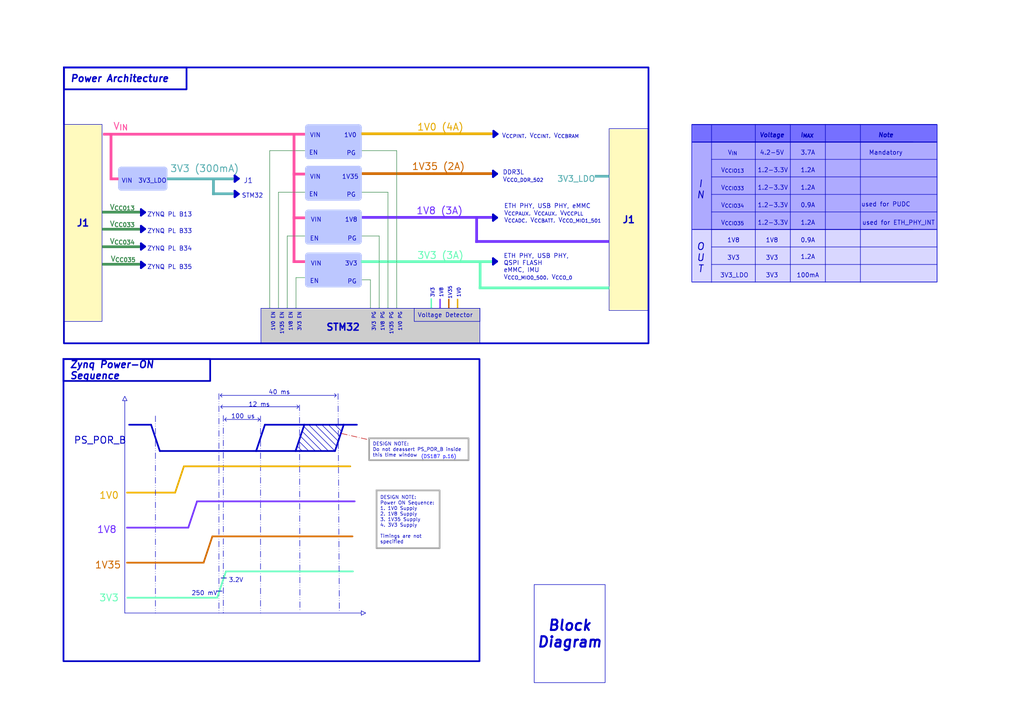
<source format=kicad_sch>
(kicad_sch
	(version 20250114)
	(generator "eeschema")
	(generator_version "9.0")
	(uuid "17410eba-b837-4f78-b432-849b7c2df088")
	(paper "A4")
	(title_block
		(title "Power Architecture")
		(date "2024-09-22")
		(rev "1.0")
	)
	(lib_symbols)
	(rectangle
		(start 88.773 48.387)
		(end 104.648 57.912)
		(stroke
			(width 0.05)
			(type default)
			(color 188 199 255 1)
		)
		(fill
			(type color)
			(color 188 199 255 1)
		)
		(uuid 063be9ba-e019-4373-8580-247d14946962)
	)
	(arc
		(start 88.773 49.027)
		(mid 88.9527 48.5708)
		(end 89.408 48.392)
		(stroke
			(width 0.6)
			(type default)
			(color 188 199 255 1)
		)
		(fill
			(type none)
		)
		(uuid 076e9cbf-86fe-4f59-ad1a-a2f49e8b0904)
	)
	(rectangle
		(start 29.718 61.214)
		(end 40.513 61.849)
		(stroke
			(width 0)
			(type default)
			(color 60 139 80 1)
		)
		(fill
			(type color)
			(color 60 139 80 1)
		)
		(uuid 07dded39-b9de-414a-8ab9-b44c2d9efc39)
	)
	(arc
		(start 104.648 45.207)
		(mid 104.4623 45.6548)
		(end 104.013 45.842)
		(stroke
			(width 0.6)
			(type default)
			(color 188 199 255 1)
		)
		(fill
			(type none)
		)
		(uuid 0c807f0a-6991-483d-becf-61145dc8029d)
	)
	(rectangle
		(start 130.048 86.741)
		(end 130.302 89.281)
		(stroke
			(width 0)
			(type default)
			(color 204 102 0 1)
		)
		(fill
			(type color)
			(color 204 102 0 1)
		)
		(uuid 10746ac6-717f-4242-991d-821d4e56b352)
	)
	(arc
		(start 104.008 36.322)
		(mid 104.462 36.5042)
		(end 104.643 36.957)
		(stroke
			(width 0.6)
			(type default)
			(color 188 199 255 1)
		)
		(fill
			(type none)
		)
		(uuid 166d6301-c592-4a20-af15-af0fb35393a6)
	)
	(rectangle
		(start 84.963 75.565)
		(end 88.392 76.2)
		(stroke
			(width 0)
			(type default)
			(color 255 75 158 1)
		)
		(fill
			(type color)
			(color 255 75 158 1)
		)
		(uuid 171d98aa-3f3e-44e9-8e86-af77cde5f70e)
	)
	(rectangle
		(start 84.963 62.865)
		(end 88.392 63.5)
		(stroke
			(width 0)
			(type default)
			(color 255 75 158 1)
		)
		(fill
			(type color)
			(color 255 75 158 1)
		)
		(uuid 18a4d617-2401-40f5-aac9-73beadd3a02a)
	)
	(rectangle
		(start 88.773 36.322)
		(end 104.648 45.847)
		(stroke
			(width 0.05)
			(type default)
			(color 188 199 255 1)
		)
		(fill
			(type color)
			(color 188 199 255 1)
		)
		(uuid 1d19af3b-5aac-4f13-9c1d-681f196cf0e3)
	)
	(rectangle
		(start 84.963 50.165)
		(end 88.392 50.8)
		(stroke
			(width 0)
			(type default)
			(color 255 75 158 1)
		)
		(fill
			(type color)
			(color 255 75 158 1)
		)
		(uuid 1eaab99d-96df-407e-aa58-97f00c25cb72)
	)
	(rectangle
		(start 124.968 86.614)
		(end 125.222 89.281)
		(stroke
			(width 0)
			(type default)
			(color 102 251 183 1)
		)
		(fill
			(type color)
			(color 102 251 183 1)
		)
		(uuid 23cc57d7-057f-48d1-92b6-32c33c5e6d49)
	)
	(arc
		(start 88.773 74.173)
		(mid 88.9559 73.7206)
		(end 89.408 73.538)
		(stroke
			(width 0.6)
			(type default)
			(color 188 199 255 1)
		)
		(fill
			(type none)
		)
		(uuid 274b76a2-0161-4b9b-8ce0-68b91b3a8a6f)
	)
	(rectangle
		(start 104.775 75.565)
		(end 142.621 76.2)
		(stroke
			(width 0)
			(type default)
			(color 102 251 183 1)
		)
		(fill
			(type color)
			(color 102 251 183 1)
		)
		(uuid 2a430e5d-df66-4735-887f-fc4a5e501438)
	)
	(rectangle
		(start 137.922 69.723)
		(end 176.53 70.358)
		(stroke
			(width 0)
			(type default)
			(color 112 49 255 1)
		)
		(fill
			(type color)
			(color 112 49 255 1)
		)
		(uuid 2d299be6-b848-427f-a8ee-89cca34df26c)
	)
	(rectangle
		(start 84.963 39.37)
		(end 85.598 76.2)
		(stroke
			(width 0)
			(type default)
			(color 255 75 158 1)
		)
		(fill
			(type color)
			(color 255 75 158 1)
		)
		(uuid 2d3e7cae-89db-47a4-8449-84c932fcbc29)
	)
	(rectangle
		(start 18.542 19.558)
		(end 188.087 99.568)
		(stroke
			(width 0.5)
			(type default)
		)
		(fill
			(type none)
		)
		(uuid 32a42a79-2fe0-44dc-9efa-df5ba507beb4)
	)
	(rectangle
		(start 200.66 66.548)
		(end 271.78 81.788)
		(stroke
			(width 0)
			(type default)
		)
		(fill
			(type color)
			(color 217 215 255 1)
		)
		(uuid 36990c36-f4ff-4532-9503-81255cf8e1ff)
	)
	(rectangle
		(start 88.773 61.087)
		(end 104.648 70.612)
		(stroke
			(width 0.05)
			(type default)
			(color 188 199 255 1)
		)
		(fill
			(type color)
			(color 188 199 255 1)
		)
		(uuid 3923a37d-db0d-44cf-95cd-a5c3c32892b8)
	)
	(rectangle
		(start 29.718 66.167)
		(end 40.513 66.802)
		(stroke
			(width 0)
			(type default)
			(color 60 139 80 1)
		)
		(fill
			(type color)
			(color 60 139 80 1)
		)
		(uuid 3aa90943-7197-4223-8889-9f9b765d3721)
	)
	(rectangle
		(start 61.595 55.88)
		(end 67.691 56.515)
		(stroke
			(width 0)
			(type default)
			(color 90 175 178 1)
		)
		(fill
			(type color)
			(color 90 175 178 1)
		)
		(uuid 3e4068e4-7c48-460a-be56-bfe252cb2402)
	)
	(rectangle
		(start 61.595 52.07)
		(end 62.23 56.515)
		(stroke
			(width 0)
			(type default)
			(color 90 175 178 1)
		)
		(fill
			(type color)
			(color 90 175 178 1)
		)
		(uuid 3f73eea8-f449-4a12-8336-ffaa1724949a)
	)
	(rectangle
		(start 31.877 38.735)
		(end 32.512 52.197)
		(stroke
			(width 0)
			(type default)
			(color 255 75 158 1)
		)
		(fill
			(type color)
			(color 255 75 158 1)
		)
		(uuid 45569222-ace0-4e57-8769-96b0c4493cd7)
	)
	(rectangle
		(start 200.66 41.148)
		(end 271.78 66.548)
		(stroke
			(width 0)
			(type default)
		)
		(fill
			(type color)
			(color 174 170 255 1)
		)
		(uuid 49ff28dc-6ba0-4a4e-a035-c45adda24efa)
	)
	(rectangle
		(start 138.938 83.185)
		(end 176.657 83.82)
		(stroke
			(width 0)
			(type default)
			(color 102 251 183 1)
		)
		(fill
			(type color)
			(color 102 251 183 1)
		)
		(uuid 5672fc46-d150-4fa7-ad78-46f7222ab938)
	)
	(rectangle
		(start 132.588 86.741)
		(end 132.842 89.281)
		(stroke
			(width 0)
			(type default)
			(color 228 169 0 1)
		)
		(fill
			(type color)
			(color 228 169 0 1)
		)
		(uuid 57987ce9-c7f0-494a-a2d5-680e492de193)
	)
	(arc
		(start 48.26 54.351)
		(mid 48.0773 54.8048)
		(end 47.625 54.986)
		(stroke
			(width 0.6)
			(type default)
			(color 188 199 255 1)
		)
		(fill
			(type none)
		)
		(uuid 5b479923-d18e-4af7-94a6-8948169be2ba)
	)
	(rectangle
		(start 48.514 51.562)
		(end 67.691 52.197)
		(stroke
			(width 0)
			(type default)
			(color 90 175 178 1)
		)
		(fill
			(type color)
			(color 90 175 178 1)
		)
		(uuid 61bae004-d2e0-4ac0-b285-11b6bea8e9ca)
	)
	(arc
		(start 104.648 69.972)
		(mid 104.4623 70.4198)
		(end 104.013 70.607)
		(stroke
			(width 0.6)
			(type default)
			(color 188 199 255 1)
		)
		(fill
			(type none)
		)
		(uuid 61c862a0-c4ca-4bdd-a565-ee701b5d46a9)
	)
	(rectangle
		(start 29.718 76.327)
		(end 40.513 76.962)
		(stroke
			(width 0)
			(type default)
			(color 60 139 80 1)
		)
		(fill
			(type color)
			(color 60 139 80 1)
		)
		(uuid 62e28086-4b70-4084-94ed-62288479f914)
	)
	(rectangle
		(start 127.508 86.741)
		(end 127.762 89.281)
		(stroke
			(width 0)
			(type default)
			(color 112 49 255 1)
		)
		(fill
			(type color)
			(color 112 49 255 1)
		)
		(uuid 643492fc-7ca4-4df9-98e7-d2690099fadc)
	)
	(rectangle
		(start 32.512 51.562)
		(end 34.29 52.197)
		(stroke
			(width 0)
			(type default)
			(color 255 75 158 1)
		)
		(fill
			(type color)
			(color 255 75 158 1)
		)
		(uuid 66628eec-0ddd-482c-8a0c-941624d28e01)
	)
	(rectangle
		(start 200.66 36.068)
		(end 271.78 81.788)
		(stroke
			(width 0)
			(type default)
		)
		(fill
			(type none)
		)
		(uuid 6bd65dbe-d323-4067-bb95-4085b0792692)
	)
	(arc
		(start 104.008 73.533)
		(mid 104.4589 73.7159)
		(end 104.643 74.168)
		(stroke
			(width 0.6)
			(type default)
			(color 188 199 255 1)
		)
		(fill
			(type none)
		)
		(uuid 757fba56-7a52-4a29-90c3-b5bbdd52893e)
	)
	(rectangle
		(start 104.902 38.481)
		(end 142.748 39.116)
		(stroke
			(width 0)
			(type default)
			(color 228 169 0 1)
		)
		(fill
			(type color)
			(color 228 169 0 1)
		)
		(uuid 7a4eecb4-aaa5-4e2d-a47b-a876f9274633)
	)
	(arc
		(start 104.008 61.087)
		(mid 104.462 61.2692)
		(end 104.643 61.722)
		(stroke
			(width 0.6)
			(type default)
			(color 188 199 255 1)
		)
		(fill
			(type none)
		)
		(uuid 8438ffd8-af86-4ae6-a789-16031ec05ca0)
	)
	(arc
		(start 47.62 48.641)
		(mid 48.072 48.824)
		(end 48.255 49.276)
		(stroke
			(width 0.6)
			(type default)
			(color 188 199 255 1)
		)
		(fill
			(type none)
		)
		(uuid 85ad8230-e228-4000-9c8c-28e4b2e05630)
	)
	(arc
		(start 89.408 45.852)
		(mid 88.9575 45.6658)
		(end 88.773 45.217)
		(stroke
			(width 0.6)
			(type default)
			(color 188 199 255 1)
		)
		(fill
			(type none)
		)
		(uuid 893bdef2-e63d-4924-b1e3-1ef4eef3d16c)
	)
	(rectangle
		(start 200.66 36.195)
		(end 271.78 41.275)
		(stroke
			(width 0)
			(type default)
		)
		(fill
			(type color)
			(color 118 112 255 1)
		)
		(uuid 895955f9-695a-4e46-a563-ac00125c7701)
	)
	(rectangle
		(start 88.773 73.533)
		(end 104.648 83.058)
		(stroke
			(width 0.05)
			(type default)
			(color 188 199 255 1)
		)
		(fill
			(type color)
			(color 188 199 255 1)
		)
		(uuid 8af4b933-65ae-43cf-bbb5-e23eb06651c2)
	)
	(rectangle
		(start 34.544 48.641)
		(end 48.26 54.991)
		(stroke
			(width 0.05)
			(type default)
			(color 188 199 255 1)
		)
		(fill
			(type color)
			(color 188 199 255 1)
		)
		(uuid 9f6c76df-3f58-4025-814d-0cfd3f7f5f51)
	)
	(rectangle
		(start 18.415 104.14)
		(end 139.065 191.77)
		(stroke
			(width 0.5)
			(type default)
		)
		(fill
			(type none)
		)
		(uuid a04acf84-ca64-486e-bffc-4e69a0485d7f)
	)
	(rectangle
		(start 172.593 50.8)
		(end 176.657 51.435)
		(stroke
			(width 0)
			(type default)
			(color 90 175 178 1)
		)
		(fill
			(type color)
			(color 90 175 178 1)
		)
		(uuid a85811ff-48f8-4e7f-be98-5f753d831e38)
	)
	(arc
		(start 88.773 36.962)
		(mid 88.9548 36.5073)
		(end 89.408 36.327)
		(stroke
			(width 0.6)
			(type default)
			(color 188 199 255 1)
		)
		(fill
			(type none)
		)
		(uuid a8ce2972-be90-4532-a052-f9f4a8c25b7f)
	)
	(rectangle
		(start 105.029 50.038)
		(end 142.621 50.673)
		(stroke
			(width 0)
			(type default)
			(color 204 102 0 1)
		)
		(fill
			(type color)
			(color 204 102 0 1)
		)
		(uuid aa658af8-1a7a-4fc9-bddd-c7f83a9d4f3a)
	)
	(rectangle
		(start 29.718 71.247)
		(end 40.513 71.882)
		(stroke
			(width 0)
			(type default)
			(color 60 139 80 1)
		)
		(fill
			(type color)
			(color 60 139 80 1)
		)
		(uuid ac38efd8-27dc-42a1-821c-067481d01c87)
	)
	(arc
		(start 104.008 48.387)
		(mid 104.4602 48.5692)
		(end 104.643 49.022)
		(stroke
			(width 0.6)
			(type default)
			(color 188 199 255 1)
		)
		(fill
			(type none)
		)
		(uuid b14b8a96-9528-46c9-a148-35578fe3e31f)
	)
	(rectangle
		(start 138.938 76.073)
		(end 139.573 83.693)
		(stroke
			(width 0)
			(type default)
			(color 102 251 183 1)
		)
		(fill
			(type color)
			(color 102 251 183 1)
		)
		(uuid c23ec4ce-819a-44bf-944b-9e64b6fd38ef)
	)
	(arc
		(start 35.179 54.996)
		(mid 34.73 54.81)
		(end 34.544 54.361)
		(stroke
			(width 0.6)
			(type default)
			(color 188 199 255 1)
		)
		(fill
			(type none)
		)
		(uuid c595d96f-fedb-4d24-b98d-c6ef17f01200)
	)
	(rectangle
		(start 29.972 38.608)
		(end 88.392 39.243)
		(stroke
			(width 0)
			(type default)
			(color 255 75 158 1)
		)
		(fill
			(type color)
			(color 255 75 158 1)
		)
		(uuid cf070b45-65af-484a-b26c-fbf9e4265fc9)
	)
	(arc
		(start 89.408 70.617)
		(mid 88.9575 70.4308)
		(end 88.773 69.982)
		(stroke
			(width 0.6)
			(type default)
			(color 188 199 255 1)
		)
		(fill
			(type none)
		)
		(uuid dae758f5-8d36-4491-bcf6-6c5076ed0bd7)
	)
	(rectangle
		(start 137.922 63.373)
		(end 138.557 70.358)
		(stroke
			(width 0)
			(type default)
			(color 112 49 255 1)
		)
		(fill
			(type color)
			(color 112 49 255 1)
		)
		(uuid e08ed18e-88c9-4ba3-92e8-1d503bc147cd)
	)
	(arc
		(start 104.648 82.418)
		(mid 104.4634 82.8681)
		(end 104.013 83.053)
		(stroke
			(width 0.6)
			(type default)
			(color 188 199 255 1)
		)
		(fill
			(type none)
		)
		(uuid e421a3db-2915-4967-b7fe-cbc03b971ed8)
	)
	(arc
		(start 34.544 49.281)
		(mid 34.7288 48.8323)
		(end 35.179 48.646)
		(stroke
			(width 0.6)
			(type default)
			(color 188 199 255 1)
		)
		(fill
			(type none)
		)
		(uuid e73765cc-b3d2-49fa-8676-c437737b24ac)
	)
	(arc
		(start 89.408 83.063)
		(mid 88.9614 82.8764)
		(end 88.773 82.428)
		(stroke
			(width 0.6)
			(type default)
			(color 188 199 255 1)
		)
		(fill
			(type none)
		)
		(uuid e817a904-82ea-42b9-8786-6d981859761e)
	)
	(arc
		(start 104.648 57.272)
		(mid 104.4604 57.7185)
		(end 104.013 57.907)
		(stroke
			(width 0.6)
			(type default)
			(color 188 199 255 1)
		)
		(fill
			(type none)
		)
		(uuid eb0ee52a-5e37-4c0f-b80e-3c5c32b6775c)
	)
	(rectangle
		(start 105.029 62.738)
		(end 142.621 63.373)
		(stroke
			(width 0)
			(type default)
			(color 112 49 255 1)
		)
		(fill
			(type color)
			(color 112 49 255 1)
		)
		(uuid f4120dfc-0180-4e12-8a90-dc0ac373c70e)
	)
	(arc
		(start 89.408 57.917)
		(mid 88.9562 57.7332)
		(end 88.773 57.282)
		(stroke
			(width 0.6)
			(type default)
			(color 188 199 255 1)
		)
		(fill
			(type none)
		)
		(uuid fb90f839-c7fc-4095-a779-e6b8c84bd762)
	)
	(arc
		(start 88.773 61.727)
		(mid 88.9548 61.2723)
		(end 89.408 61.092)
		(stroke
			(width 0.6)
			(type default)
			(color 188 199 255 1)
		)
		(fill
			(type none)
		)
		(uuid ff5e822d-756e-48ef-b85a-2e6d19046fa4)
	)
	(text "3V3 (300mA)"
		(exclude_from_sim no)
		(at 49.276 50.292 0)
		(effects
			(font
				(size 2 2)
				(thickness 0.254)
				(bold yes)
				(color 90 175 178 1)
			)
			(justify left bottom)
		)
		(uuid "038c139a-cb98-4f7d-9eb1-d47f1d318a4e")
	)
	(text "1.2-3.3V"
		(exclude_from_sim no)
		(at 224.155 49.53 0)
		(effects
			(font
				(size 1.27 1.27)
			)
		)
		(uuid "123b58ad-764f-405e-b112-befcf9e5c38e")
	)
	(text "used for ETH_PHY_INT"
		(exclude_from_sim no)
		(at 260.604 64.77 0)
		(effects
			(font
				(size 1.27 1.27)
				(thickness 0.1588)
			)
		)
		(uuid "17b6d79d-09dd-43ff-a76e-322ce00424d8")
	)
	(text "1V8 EN"
		(exclude_from_sim no)
		(at 84.328 93.345 90)
		(effects
			(font
				(size 1 1)
				(thickness 0.1588)
			)
		)
		(uuid "18102b90-d72c-4917-bdfd-36daf4cb535e")
	)
	(text "V_{CCPINT}, V_{CCINT}, V_{CCBRAM}"
		(exclude_from_sim no)
		(at 145.542 39.497 0)
		(effects
			(font
				(size 1.27 1.27)
			)
			(justify left)
		)
		(uuid "19145eb2-2961-461f-87ea-f2f1eeb2748c")
	)
	(text "1V0"
		(exclude_from_sim no)
		(at 101.6 39.37 0)
		(effects
			(font
				(size 1.27 1.27)
				(thickness 0.1588)
			)
		)
		(uuid "1beb6315-5348-469a-a1c1-cddb80ba66b0")
	)
	(text "I_{MAX}"
		(exclude_from_sim no)
		(at 234.061 39.37 0)
		(effects
			(font
				(size 1.27 1.27)
				(thickness 0.254)
				(bold yes)
				(italic yes)
			)
		)
		(uuid "248a7fe9-486b-49d7-9442-af8d5ee4373e")
	)
	(text "V_{CCIO33}"
		(exclude_from_sim no)
		(at 212.471 54.61 0)
		(effects
			(font
				(size 1.27 1.27)
			)
		)
		(uuid "2875d107-8aad-4469-bbef-a00f229d2c5e")
	)
	(text "3V3 EN"
		(exclude_from_sim no)
		(at 86.868 93.345 90)
		(effects
			(font
				(size 1 1)
				(thickness 0.1588)
			)
		)
		(uuid "28f165c9-ceae-4a77-923f-2078bcc957a9")
	)
	(text "EN"
		(exclude_from_sim no)
		(at 90.932 56.515 0)
		(effects
			(font
				(size 1.27 1.27)
				(thickness 0.1588)
			)
		)
		(uuid "2d23c8fe-3bb2-4110-99f7-91b32b535dd0")
	)
	(text "3.2V"
		(exclude_from_sim no)
		(at 68.453 168.402 0)
		(effects
			(font
				(size 1.27 1.27)
			)
		)
		(uuid "2e2117c1-8a59-4828-8dd6-12c7d21aba4e")
	)
	(text "V_{CC033}"
		(exclude_from_sim no)
		(at 31.75 66.04 0)
		(effects
			(font
				(size 1.5 1.5)
				(thickness 0.254)
				(bold yes)
				(color 60 139 80 1)
			)
			(justify left bottom)
		)
		(uuid "2f3e918d-cea0-44ee-ab5c-b1d1e0016382")
	)
	(text "0.9A"
		(exclude_from_sim no)
		(at 234.315 59.69 0)
		(effects
			(font
				(size 1.27 1.27)
				(thickness 0.1588)
			)
		)
		(uuid "32cf7a54-a312-4800-a9b7-2f746563d4fd")
	)
	(text "3.7A"
		(exclude_from_sim no)
		(at 234.315 44.45 0)
		(effects
			(font
				(size 1.27 1.27)
				(thickness 0.1588)
			)
		)
		(uuid "38fbccb7-0e83-4f39-9952-64aa2afb2394")
	)
	(text "STM32"
		(exclude_from_sim no)
		(at 94.488 96.266 0)
		(effects
			(font
				(size 2 2)
				(thickness 0.4)
				(bold yes)
			)
			(justify left bottom)
		)
		(uuid "3af5275a-f8fd-4551-8c76-7dd046135fa3")
	)
	(text "1V0"
		(exclude_from_sim no)
		(at 28.702 143.891 0)
		(effects
			(font
				(size 2 2)
				(thickness 0.254)
				(bold yes)
				(color 228 169 0 1)
			)
			(justify left)
		)
		(uuid "3bf2feeb-757c-4c0b-b920-6ec3a5cd7c96")
	)
	(text "ZYNQ PL B33"
		(exclude_from_sim no)
		(at 42.672 67.183 0)
		(effects
			(font
				(size 1.27 1.27)
			)
			(justify left)
		)
		(uuid "3cc89ace-a5d5-4fc4-9623-68a11bfc1121")
	)
	(text "V_{CCIO34}"
		(exclude_from_sim no)
		(at 212.471 59.69 0)
		(effects
			(font
				(size 1.27 1.27)
			)
		)
		(uuid "42e18ca4-38b6-4cbf-8c03-1c72a3175213")
	)
	(text "EN"
		(exclude_from_sim no)
		(at 90.932 44.45 0)
		(effects
			(font
				(size 1.27 1.27)
				(thickness 0.1588)
			)
		)
		(uuid "4657d7e3-1c89-4d19-bce7-427c49811186")
	)
	(text "12 ms"
		(exclude_from_sim no)
		(at 75.184 117.475 0)
		(effects
			(font
				(size 1.27 1.27)
			)
		)
		(uuid "4752cbb5-ab34-486f-b1d5-95dcdb3ba52c")
	)
	(text "V_{CC013}"
		(exclude_from_sim no)
		(at 31.75 61.214 0)
		(effects
			(font
				(size 1.5 1.5)
				(thickness 0.254)
				(bold yes)
				(color 60 139 80 1)
			)
			(justify left bottom)
		)
		(uuid "49d03b0c-08a6-46d1-aaa6-aadbb486e708")
	)
	(text "3V3 PG"
		(exclude_from_sim no)
		(at 108.458 93.345 90)
		(effects
			(font
				(size 1 1)
				(thickness 0.1588)
			)
		)
		(uuid "4c4c08ef-57ab-412a-9ba0-461ef0df954a")
	)
	(text "Mandatory"
		(exclude_from_sim no)
		(at 256.921 44.45 0)
		(effects
			(font
				(size 1.27 1.27)
				(thickness 0.1588)
			)
		)
		(uuid "4cc8c600-c683-4110-a3fe-3da7dbb81f1d")
	)
	(text "O\nU\nT"
		(exclude_from_sim no)
		(at 203.2 74.93 0)
		(effects
			(font
				(size 2 2)
				(thickness 0.254)
				(bold yes)
				(italic yes)
			)
		)
		(uuid "50aa3844-2ce1-46c2-bcb0-3764855414a7")
	)
	(text "1V8"
		(exclude_from_sim no)
		(at 30.988 153.797 0)
		(effects
			(font
				(size 2 2)
				(thickness 0.254)
				(bold yes)
				(color 112 49 255 1)
			)
		)
		(uuid "51c73e85-06cf-4c2a-967c-264a76647962")
	)
	(text "100mA"
		(exclude_from_sim no)
		(at 234.315 80.01 0)
		(effects
			(font
				(size 1.27 1.27)
				(thickness 0.1588)
			)
		)
		(uuid "577c6224-b93a-4214-8349-8aa8a94eeef4")
	)
	(text "3V3 (3A)"
		(exclude_from_sim no)
		(at 127.762 74.295 0)
		(effects
			(font
				(size 2 2)
				(thickness 0.254)
				(bold yes)
				(color 102 251 183 1)
			)
		)
		(uuid "628116d8-ba29-436d-833d-6cb5ee401ba6")
	)
	(text "1V8 (3A)"
		(exclude_from_sim no)
		(at 127.508 61.341 0)
		(effects
			(font
				(size 2 2)
				(thickness 0.254)
				(bold yes)
				(color 112 49 255 1)
			)
		)
		(uuid "62e32567-0bc1-4bec-9478-561a48e9192d")
	)
	(text "3V3"
		(exclude_from_sim no)
		(at 125.476 84.963 90)
		(effects
			(font
				(size 1 1)
				(thickness 0.1588)
			)
		)
		(uuid "6608bacb-8e06-473f-9b6f-6ee541fd7e73")
	)
	(text "PG"
		(exclude_from_sim no)
		(at 101.854 56.642 0)
		(effects
			(font
				(size 1.27 1.27)
				(thickness 0.1588)
			)
		)
		(uuid "67d36d83-bada-43fa-8ff8-3831f37a75af")
	)
	(text "ZYNQ PL B13"
		(exclude_from_sim no)
		(at 42.672 62.357 0)
		(effects
			(font
				(size 1.27 1.27)
			)
			(justify left)
		)
		(uuid "680b857c-ad07-4f0e-b842-b189f27ca9c9")
	)
	(text "ZYNQ PL B35"
		(exclude_from_sim no)
		(at 42.672 77.597 0)
		(effects
			(font
				(size 1.27 1.27)
			)
			(justify left)
		)
		(uuid "68351d18-2e8e-40f3-be42-724f0305e91c")
	)
	(text "3V3"
		(exclude_from_sim no)
		(at 212.725 74.93 0)
		(effects
			(font
				(size 1.27 1.27)
			)
		)
		(uuid "6907909a-3d08-47e4-988d-8723f9bdbc08")
	)
	(text "1V0"
		(exclude_from_sim no)
		(at 133.096 84.963 90)
		(effects
			(font
				(size 1 1)
				(thickness 0.1588)
			)
		)
		(uuid "6aff9d8c-1ebb-4f9f-baba-6d200b997fe3")
	)
	(text "Voltage"
		(exclude_from_sim no)
		(at 223.901 39.37 0)
		(effects
			(font
				(size 1.27 1.27)
				(thickness 0.254)
				(bold yes)
				(italic yes)
			)
		)
		(uuid "6f48ce19-8c69-434b-80e8-16b8c9b64ffe")
	)
	(text "DDR3L\nV_{CCO_DDR_502}"
		(exclude_from_sim no)
		(at 145.796 51.181 0)
		(effects
			(font
				(size 1.27 1.27)
			)
			(justify left)
		)
		(uuid "74e3c0d8-3c78-4555-b513-04f0967b5f5f")
	)
	(text "Note"
		(exclude_from_sim no)
		(at 256.921 39.37 0)
		(effects
			(font
				(size 1.27 1.27)
				(thickness 0.254)
				(bold yes)
				(italic yes)
			)
		)
		(uuid "770c0a22-3e34-4ad7-899c-849d38475f76")
	)
	(text "(DS187 p.16)"
		(exclude_from_sim no)
		(at 127.254 132.588 0)
		(effects
			(font
				(size 1 1)
				(color 53 50 255 1)
			)
			(href "https://docs.amd.com/v/u/en-US/ds187-XC7Z010-XC7Z020-Data-Sheet")
		)
		(uuid "77f4365e-5afe-4e0f-9b20-0d23e2a3bb7f")
	)
	(text "4.2-5V"
		(exclude_from_sim no)
		(at 223.901 44.45 0)
		(effects
			(font
				(size 1.27 1.27)
				(thickness 0.1588)
			)
		)
		(uuid "7d7456d4-7a48-4a99-ad87-34708cf17f82")
	)
	(text "VIN"
		(exclude_from_sim no)
		(at 91.44 39.37 0)
		(effects
			(font
				(size 1.27 1.27)
				(thickness 0.1588)
			)
		)
		(uuid "82c8df74-fd58-49f6-a015-e560b68598e5")
	)
	(text "1V0 (4A)"
		(exclude_from_sim no)
		(at 120.904 37.084 0)
		(effects
			(font
				(size 2 2)
				(thickness 0.254)
				(bold yes)
				(color 228 169 0 1)
			)
			(justify left)
		)
		(uuid "87912f32-8bf6-43c1-992f-66203cae05de")
	)
	(text "PG"
		(exclude_from_sim no)
		(at 101.854 44.577 0)
		(effects
			(font
				(size 1.27 1.27)
				(thickness 0.1588)
			)
		)
		(uuid "8911609c-fb92-4035-be39-86b2473583c5")
	)
	(text "1V8"
		(exclude_from_sim no)
		(at 212.725 69.85 0)
		(effects
			(font
				(size 1.27 1.27)
			)
		)
		(uuid "8bc74474-483f-4c25-93fa-6e9ae22cfb28")
	)
	(text "STM32"
		(exclude_from_sim no)
		(at 70.104 56.896 0)
		(effects
			(font
				(size 1.27 1.27)
			)
			(justify left)
		)
		(uuid "8e975b35-dde1-4358-8195-97555ae32dbe")
	)
	(text "EN"
		(exclude_from_sim no)
		(at 91.186 81.661 0)
		(effects
			(font
				(size 1.27 1.27)
				(thickness 0.1588)
			)
		)
		(uuid "92bc5161-0d49-4f13-a086-209211b8bdc7")
	)
	(text "1V0 PG"
		(exclude_from_sim no)
		(at 116.078 93.345 90)
		(effects
			(font
				(size 1 1)
				(thickness 0.1588)
			)
		)
		(uuid "9688bc51-6833-4522-8f8f-2741c2b7394b")
	)
	(text "1.2-3.3V"
		(exclude_from_sim no)
		(at 224.155 59.69 0)
		(effects
			(font
				(size 1.27 1.27)
			)
		)
		(uuid "9b0c926f-55e4-44ab-87e1-5fb2a6a88920")
	)
	(text "3V3_LDO"
		(exclude_from_sim no)
		(at 44.196 52.578 0)
		(effects
			(font
				(size 1.27 1.27)
				(thickness 0.1588)
			)
		)
		(uuid "9e493e91-72a8-44be-b60f-99f662a82b33")
	)
	(text "1V35"
		(exclude_from_sim no)
		(at 130.556 84.963 90)
		(effects
			(font
				(size 1 1)
				(thickness 0.1588)
			)
		)
		(uuid "9f7ada18-4ee9-410a-b945-231160aff34f")
	)
	(text "PG"
		(exclude_from_sim no)
		(at 102.108 81.788 0)
		(effects
			(font
				(size 1.27 1.27)
				(thickness 0.1588)
			)
		)
		(uuid "a18f24c8-466f-437d-b78c-c9ae56890157")
	)
	(text "V_{CCIO13}"
		(exclude_from_sim no)
		(at 212.471 49.53 0)
		(effects
			(font
				(size 1.27 1.27)
			)
		)
		(uuid "a2300a98-dfe5-4d15-ab37-3fffec6c056c")
	)
	(text "ETH PHY, USB PHY, eMMC\nV_{CCPAUX}, V_{CCAUX}, V_{VCCPLL}\nV_{CCADC}, V_{CCBATT}, V_{CCO_MIO1_501}\n"
		(exclude_from_sim no)
		(at 146.177 61.976 0)
		(effects
			(font
				(size 1.27 1.27)
			)
			(justify left)
		)
		(uuid "a26282eb-7b9d-44f2-bb8b-79c32c3dacdf")
	)
	(text "VIN"
		(exclude_from_sim no)
		(at 91.694 76.581 0)
		(effects
			(font
				(size 1.27 1.27)
				(thickness 0.1588)
			)
		)
		(uuid "a28e14fe-d226-4d11-af55-10d3cd181e40")
	)
	(text "V_{CC035}"
		(exclude_from_sim no)
		(at 32.004 76.2 0)
		(effects
			(font
				(size 1.5 1.5)
				(thickness 0.254)
				(bold yes)
				(color 60 139 80 1)
			)
			(justify left bottom)
		)
		(uuid "a57c9cae-6b89-45a0-9232-1df0097824e6")
	)
	(text "1.2A"
		(exclude_from_sim no)
		(at 234.315 49.53 0)
		(effects
			(font
				(size 1.27 1.27)
				(thickness 0.1588)
			)
		)
		(uuid "a5f8f51f-a756-473d-bdad-407838f3b313")
	)
	(text "1.2A"
		(exclude_from_sim no)
		(at 234.315 64.77 0)
		(effects
			(font
				(size 1.27 1.27)
				(thickness 0.1588)
			)
		)
		(uuid "a5f9f654-62bc-4175-8212-3231fa9bcea2")
	)
	(text "PG"
		(exclude_from_sim no)
		(at 102.108 69.342 0)
		(effects
			(font
				(size 1.27 1.27)
				(thickness 0.1588)
			)
		)
		(uuid "a78e08de-a9dd-471a-bb93-82ceffe36be7")
	)
	(text "1V35 (2A)"
		(exclude_from_sim no)
		(at 119.38 48.514 0)
		(effects
			(font
				(size 2 2)
				(thickness 0.254)
				(bold yes)
				(color 204 102 0 1)
			)
			(justify left)
		)
		(uuid "a932cf9a-6004-438d-b5e8-0924a638f5f4")
	)
	(text "1V35 EN"
		(exclude_from_sim no)
		(at 81.788 93.853 90)
		(effects
			(font
				(size 1 1)
				(thickness 0.1588)
			)
		)
		(uuid "ac4b0612-57d1-42de-85d3-692dee6b3fec")
	)
	(text "1V35 PG"
		(exclude_from_sim no)
		(at 113.538 93.853 90)
		(effects
			(font
				(size 1 1)
				(thickness 0.1588)
			)
		)
		(uuid "b0831609-9db3-40c3-8356-564c34c6d855")
	)
	(text "V_{CC034}"
		(exclude_from_sim no)
		(at 31.75 71.12 0)
		(effects
			(font
				(size 1.5 1.5)
				(thickness 0.254)
				(bold yes)
				(color 60 139 80 1)
			)
			(justify left bottom)
		)
		(uuid "b2f9e901-25bf-4f5a-8712-68eba9e16f89")
	)
	(text "40 ms"
		(exclude_from_sim no)
		(at 81.026 113.919 0)
		(effects
			(font
				(size 1.27 1.27)
			)
		)
		(uuid "b5f69e86-9e6c-43e7-989b-a30cf102cfc7")
	)
	(text "3V3_LDO"
		(exclude_from_sim no)
		(at 212.979 80.01 0)
		(effects
			(font
				(size 1.27 1.27)
			)
		)
		(uuid "b69feb0d-90e3-4269-937b-9016658dd9cf")
	)
	(text "1V8\n"
		(exclude_from_sim no)
		(at 101.854 63.881 0)
		(effects
			(font
				(size 1.27 1.27)
				(thickness 0.1588)
			)
		)
		(uuid "b7aceb06-cb9c-4507-9d06-996e3b100fe3")
	)
	(text "ETH PHY, USB PHY,\nQSPI FLASH\neMMC, IMU\nV_{CCO_MIO0_500}, V_{CCO_0}"
		(exclude_from_sim no)
		(at 146.05 77.47 0)
		(effects
			(font
				(size 1.27 1.27)
			)
			(justify left)
		)
		(uuid "b8d2287f-0d57-4497-b837-b8b9ffe8f9f6")
	)
	(text "1V8"
		(exclude_from_sim no)
		(at 223.901 69.85 0)
		(effects
			(font
				(size 1.27 1.27)
			)
		)
		(uuid "bb5b12c5-0944-47b0-b62e-6c5ee36dfadb")
	)
	(text "EN"
		(exclude_from_sim no)
		(at 91.186 69.342 0)
		(effects
			(font
				(size 1.27 1.27)
				(thickness 0.1588)
			)
		)
		(uuid "bc245a6f-3e40-4365-a17d-a5665256422a")
	)
	(text "1.2-3.3V"
		(exclude_from_sim no)
		(at 224.155 64.77 0)
		(effects
			(font
				(size 1.27 1.27)
			)
		)
		(uuid "bdb0689f-109e-44a9-a8da-3e4a168229b5")
	)
	(text "VIN"
		(exclude_from_sim no)
		(at 36.83 52.578 0)
		(effects
			(font
				(size 1.27 1.27)
				(thickness 0.1588)
			)
		)
		(uuid "c106872d-873f-40b7-80f7-236894ac55b3")
	)
	(text "ZYNQ PL B34"
		(exclude_from_sim no)
		(at 42.672 72.263 0)
		(effects
			(font
				(size 1.27 1.27)
			)
			(justify left)
		)
		(uuid "c207fb9a-ff09-4fd5-9c67-d656e8fe6da1")
	)
	(text "J1"
		(exclude_from_sim no)
		(at 70.612 52.578 0)
		(effects
			(font
				(size 1.5 1.5)
			)
			(justify left)
		)
		(uuid "c33cb195-412a-46b2-acac-2bb33fc0e9c7")
	)
	(text "1V35"
		(exclude_from_sim no)
		(at 27.432 164.084 0)
		(effects
			(font
				(size 2 2)
				(thickness 0.254)
				(bold yes)
				(color 204 102 0 1)
			)
			(justify left)
		)
		(uuid "c452f87a-8509-4dc3-a1c4-e702c33c8301")
	)
	(text "0.9A"
		(exclude_from_sim no)
		(at 234.315 69.85 0)
		(effects
			(font
				(size 1.27 1.27)
				(thickness 0.1588)
			)
		)
		(uuid "ca932308-3542-40eb-8239-e90ea4debecf")
	)
	(text "I\nN"
		(exclude_from_sim no)
		(at 203.2 55.118 0)
		(effects
			(font
				(size 2 2)
				(thickness 0.254)
				(bold yes)
				(italic yes)
			)
		)
		(uuid "ce8dbd13-fc6c-43e4-879e-36bc17567eb7")
	)
	(text "250 mV"
		(exclude_from_sim no)
		(at 59.309 172.212 0)
		(effects
			(font
				(size 1.27 1.27)
			)
		)
		(uuid "cf10e14e-9a10-4845-a549-31d4acfaedae")
	)
	(text "VIN"
		(exclude_from_sim no)
		(at 91.44 51.435 0)
		(effects
			(font
				(size 1.27 1.27)
				(thickness 0.1588)
			)
		)
		(uuid "d4339841-7dc2-4080-a798-74ba52b79e37")
	)
	(text "1V35"
		(exclude_from_sim no)
		(at 101.6 51.435 0)
		(effects
			(font
				(size 1.27 1.27)
				(thickness 0.1588)
			)
		)
		(uuid "d7c0d3c4-b70d-4394-9beb-2bac39efbf1d")
	)
	(text "1.2-3.3V"
		(exclude_from_sim no)
		(at 224.155 54.61 0)
		(effects
			(font
				(size 1.27 1.27)
			)
		)
		(uuid "dbd284c4-8903-43e9-a1a6-b941ed8e42d3")
	)
	(text "1V8"
		(exclude_from_sim no)
		(at 128.016 84.963 90)
		(effects
			(font
				(size 1 1)
				(thickness 0.1588)
			)
		)
		(uuid "e06e257e-74d2-47f7-b59a-6e61e9e78e4f")
	)
	(text "V_{CCIO35}"
		(exclude_from_sim no)
		(at 212.471 64.77 0)
		(effects
			(font
				(size 1.27 1.27)
			)
		)
		(uuid "e2dd9be6-2171-47b7-abf1-addfae0f7d6c")
	)
	(text "3V3"
		(exclude_from_sim no)
		(at 223.901 74.93 0)
		(effects
			(font
				(size 1.27 1.27)
			)
		)
		(uuid "e30d3e05-819a-4be2-a774-2ae0892db5ef")
	)
	(text "1.2A"
		(exclude_from_sim no)
		(at 234.315 54.61 0)
		(effects
			(font
				(size 1.27 1.27)
				(thickness 0.1588)
			)
		)
		(uuid "e44b74fd-9c62-457f-9c8f-635fdcea2f00")
	)
	(text "1V8 PG"
		(exclude_from_sim no)
		(at 110.998 93.345 90)
		(effects
			(font
				(size 1 1)
				(thickness 0.1588)
			)
		)
		(uuid "e6caa6a9-76e0-4b6a-b4dc-d5a52e779ad9")
	)
	(text "1.2A"
		(exclude_from_sim no)
		(at 234.315 74.676 0)
		(effects
			(font
				(size 1.27 1.27)
				(thickness 0.1588)
			)
		)
		(uuid "e848a7cc-15a1-4523-8194-86574387d41c")
	)
	(text "VIN"
		(exclude_from_sim no)
		(at 91.694 63.881 0)
		(effects
			(font
				(size 1.27 1.27)
				(thickness 0.1588)
			)
		)
		(uuid "e915d68d-5a6c-4896-8a69-f415c76414fb")
	)
	(text "3V3"
		(exclude_from_sim no)
		(at 223.901 80.01 0)
		(effects
			(font
				(size 1.27 1.27)
			)
		)
		(uuid "eeec75f9-c9b5-425d-8933-75cf991f9eac")
	)
	(text "3V3"
		(exclude_from_sim no)
		(at 101.854 76.581 0)
		(effects
			(font
				(size 1.27 1.27)
				(thickness 0.1588)
			)
		)
		(uuid "ef738177-909c-4184-98b1-c1d0171094e7")
	)
	(text "100 us"
		(exclude_from_sim no)
		(at 70.485 120.904 0)
		(effects
			(font
				(size 1.27 1.27)
			)
		)
		(uuid "ef8f0aa9-d62e-4b72-aa50-53208a1b6c90")
	)
	(text "V_{IN}"
		(exclude_from_sim no)
		(at 32.766 36.83 0)
		(effects
			(font
				(size 2 2)
				(thickness 0.254)
				(bold yes)
				(color 255 75 158 1)
			)
			(justify left)
		)
		(uuid "f0132788-7aab-4e8e-8550-72e983d8491d")
	)
	(text "3V3_LDO"
		(exclude_from_sim no)
		(at 161.544 53.086 0)
		(effects
			(font
				(size 1.7 1.7)
				(thickness 0.254)
				(bold yes)
				(color 90 175 178 1)
			)
			(justify left bottom)
		)
		(uuid "f0d85be9-a917-4c42-98e4-cc0ab06affb6")
	)
	(text "PS_POR_B"
		(exclude_from_sim no)
		(at 21.336 127.889 0)
		(effects
			(font
				(size 2 2)
				(thickness 0.254)
				(bold yes)
			)
			(justify left)
		)
		(uuid "f1f76b0c-035a-415c-9f11-4f1e7fa23fa7")
	)
	(text "1V0 EN"
		(exclude_from_sim no)
		(at 79.248 93.345 90)
		(effects
			(font
				(size 1 1)
				(thickness 0.1588)
			)
		)
		(uuid "f2f23e8a-4c7e-4170-b1f7-f5cb83158a85")
	)
	(text "3V3"
		(exclude_from_sim no)
		(at 31.623 173.609 0)
		(effects
			(font
				(size 2 2)
				(thickness 0.254)
				(bold yes)
				(color 102 251 183 1)
			)
		)
		(uuid "f41fcc86-926f-442f-8e50-2a439f0d4330")
	)
	(text "used for PUDC"
		(exclude_from_sim no)
		(at 256.921 59.436 0)
		(effects
			(font
				(size 1.27 1.27)
				(thickness 0.1588)
			)
		)
		(uuid "f581186b-d2e8-4b1c-9f79-13d172a59da7")
	)
	(text "V_{IN}"
		(exclude_from_sim no)
		(at 212.471 44.45 0)
		(effects
			(font
				(size 1.27 1.27)
				(thickness 0.1588)
			)
		)
		(uuid "ffd9f82c-bfec-4ef7-98e0-8c6908713453")
	)
	(text_box "Zynq Power-ON Sequence"
		(exclude_from_sim no)
		(at 18.415 104.14 0)
		(size 42.545 6.35)
		(margins 1.75 1.75 1.75 1.75)
		(stroke
			(width 0.5)
			(type default)
		)
		(fill
			(type none)
		)
		(effects
			(font
				(size 2 2)
				(thickness 0.4)
				(bold yes)
				(italic yes)
			)
			(justify left)
		)
		(uuid "01d33c70-36a3-40ad-979e-466c63e49367")
	)
	(text_box "DESIGN NOTE:\nDo not deassert PS_POR_B inside this time window \n"
		(exclude_from_sim no)
		(at 107.061 127.127 0)
		(size 28.829 6.35)
		(margins 1 1 1 1)
		(stroke
			(width 0.5)
			(type default)
			(color 168 168 168 1)
		)
		(fill
			(type none)
		)
		(effects
			(font
				(size 1 1)
				(thickness 0.125)
			)
			(justify left)
		)
		(uuid "28ccc60f-09a2-4f8c-b560-312d4e653526")
	)
	(text_box "Block\nDiagram"
		(exclude_from_sim no)
		(at 154.94 169.545 0)
		(size 20.574 28.448)
		(margins 2.25 2.25 2.25 2.25)
		(stroke
			(width 0)
			(type default)
		)
		(fill
			(type none)
		)
		(effects
			(font
				(size 3 3)
				(thickness 0.6)
				(bold yes)
				(italic yes)
			)
			(href "#1")
		)
		(uuid "34d1ea7f-6ac3-4b53-8e19-3c3531a66e8c")
	)
	(text_box "DESIGN NOTE:\nPower ON Sequence:\n1. 1V0 Supply\n2. 1V8 Supply\n3. 1V35 Supply\n4. 3V3 Supply\n\nTimings are not specified\n"
		(exclude_from_sim no)
		(at 109.22 142.24 0)
		(size 18.288 16.764)
		(margins 1 1 1 1)
		(stroke
			(width 0.5)
			(type default)
			(color 168 168 168 1)
		)
		(fill
			(type none)
		)
		(effects
			(font
				(size 1 1)
				(thickness 0.125)
			)
			(justify left)
		)
		(uuid "66974709-adc7-4d47-a6d6-6d09059a45c5")
	)
	(text_box "Voltage Detector"
		(exclude_from_sim no)
		(at 120.142 89.408 0)
		(size 19.05 3.81)
		(margins 0.9525 0.9525 0.9525 0.9525)
		(stroke
			(width 0)
			(type default)
		)
		(fill
			(type none)
		)
		(effects
			(font
				(size 1.27 1.27)
			)
			(justify left)
		)
		(uuid "6a3301b3-0fc2-44f0-aa70-fdae859a06f4")
	)
	(text_box ""
		(exclude_from_sim no)
		(at 75.692 89.408 0)
		(size 63.5 10.16)
		(margins 1.5 1.5 1.5 1.5)
		(stroke
			(width 0)
			(type default)
		)
		(fill
			(type color)
			(color 205 205 205 1)
		)
		(effects
			(font
				(size 2 2)
				(thickness 0.4)
				(bold yes)
			)
		)
		(uuid "79c524c6-4064-4c04-956f-c43c97bcfc32")
	)
	(text_box "Power Architecture"
		(exclude_from_sim no)
		(at 18.542 19.558 0)
		(size 35.56 6.35)
		(margins 1.75 1.75 1.75 1.75)
		(stroke
			(width 0.5)
			(type default)
		)
		(fill
			(type none)
		)
		(effects
			(font
				(size 2 2)
				(thickness 0.4)
				(bold yes)
				(italic yes)
			)
			(justify left)
		)
		(uuid "884986ef-cc8b-42f1-ae73-0304f5f225ad")
	)
	(text_box "J1"
		(exclude_from_sim no)
		(at 176.657 37.338 0)
		(size 11.43 52.705)
		(margins 1.5 1.5 1.5 1.5)
		(stroke
			(width 0)
			(type default)
		)
		(fill
			(type color)
			(color 255 250 190 1)
		)
		(effects
			(font
				(size 2 2)
				(thickness 0.4)
				(bold yes)
			)
		)
		(uuid "b78aec2a-569f-4ab1-8ab9-4e8b3af457ea")
	)
	(text_box "J1"
		(exclude_from_sim no)
		(at 18.542 36.068 0)
		(size 11.049 57.15)
		(margins 1.5 1.5 1.5 1.5)
		(stroke
			(width 0)
			(type default)
		)
		(fill
			(type color)
			(color 255 250 190 1)
		)
		(effects
			(font
				(size 2 2)
				(thickness 0.4)
				(bold yes)
			)
		)
		(uuid "bbb66137-5fa1-465d-a7c5-681a7b9bb674")
	)
	(polyline
		(pts
			(xy 45.085 120.65) (xy 45.085 177.8)
		)
		(stroke
			(width 0)
			(type dash_dot_dot)
		)
		(uuid "00e7071b-d7cd-4010-ac14-5e6a6be3486f")
	)
	(polyline
		(pts
			(xy 40.894 61.595) (xy 42.037 61.595)
		)
		(stroke
			(width 0.6)
			(type default)
		)
		(uuid "02fd3eb0-cc33-4d05-a6cc-4739f9d71810")
	)
	(polyline
		(pts
			(xy 143.002 50.419) (xy 144.145 50.419)
		)
		(stroke
			(width 0.6)
			(type default)
		)
		(uuid "051383ae-7f64-43fd-ad1b-1284af1125cb")
	)
	(polyline
		(pts
			(xy 40.894 77.724) (xy 42.037 76.835)
		)
		(stroke
			(width 0.6)
			(type default)
		)
		(uuid "0b2b2f73-4beb-4be2-8dac-f42e23f6eac3")
	)
	(polyline
		(pts
			(xy 143.002 62.23) (xy 144.145 63.119)
		)
		(stroke
			(width 0.6)
			(type default)
		)
		(uuid "10d2776a-108c-49de-bdfd-578a5ba11051")
	)
	(polyline
		(pts
			(xy 47.498 48.641) (xy 35.179 48.641)
		)
		(stroke
			(width 0.6)
			(type default)
			(color 188 199 255 1)
		)
		(uuid "11a8ca7f-eea0-4db2-b297-3d3a09184422")
	)
	(polyline
		(pts
			(xy 143.129 37.973) (xy 143.129 39.751)
		)
		(stroke
			(width 0.6)
			(type default)
		)
		(uuid "11dd5bb2-caf4-4f93-8387-faad5a79d50d")
	)
	(polyline
		(pts
			(xy 36.83 116.205) (xy 36.195 114.935)
		)
		(stroke
			(width 0)
			(type default)
		)
		(uuid "12a15118-4d75-45f6-bbf5-4e3da90421e2")
	)
	(polyline
		(pts
			(xy 64.008 117.983) (xy 86.614 117.983)
		)
		(stroke
			(width 0)
			(type default)
		)
		(uuid "13ba10ab-225e-411b-b58d-a8ecbb7d620b")
	)
	(polyline
		(pts
			(xy 143.002 62.23) (xy 143.002 64.008)
		)
		(stroke
			(width 0.6)
			(type default)
		)
		(uuid "16edac89-dc90-41d0-acbe-5dd80452d06a")
	)
	(polyline
		(pts
			(xy 59.055 163.195) (xy 61.595 155.575)
		)
		(stroke
			(width 0.5)
			(type default)
			(color 204 102 0 1)
		)
		(uuid "1771a7d2-809b-4d94-a286-5f08e3d35386")
	)
	(polyline
		(pts
			(xy 86.614 117.983) (xy 86.106 117.475)
		)
		(stroke
			(width 0)
			(type default)
		)
		(uuid "18c58fa3-54ad-4e4e-b46a-7a67ebb716ef")
	)
	(polyline
		(pts
			(xy 239.395 81.788) (xy 239.395 36.068)
		)
		(stroke
			(width 0)
			(type default)
		)
		(uuid "19e9948b-8011-46a0-a1c2-c0311e4d0f8a")
	)
	(polyline
		(pts
			(xy 85.852 80.518) (xy 88.392 80.518)
		)
		(stroke
			(width 0)
			(type default)
			(color 69 159 92 1)
		)
		(uuid "1a0d7cfa-0f78-41cb-9753-682fe68a08b9")
	)
	(polyline
		(pts
			(xy 37.465 123.19) (xy 43.815 123.19)
		)
		(stroke
			(width 0.5)
			(type default)
		)
		(uuid "1bd49e19-e7a0-471d-a011-f6b5e5bf9e9f")
	)
	(polyline
		(pts
			(xy 143.129 39.751) (xy 144.272 38.862)
		)
		(stroke
			(width 0.6)
			(type default)
		)
		(uuid "1cd84fc0-4837-4d29-b26b-f57716017a81")
	)
	(polyline
		(pts
			(xy 83.312 68.453) (xy 88.392 68.453)
		)
		(stroke
			(width 0)
			(type default)
			(color 60 139 80 1)
		)
		(uuid "1e46415c-0e72-4db4-bffd-16461191d232")
	)
	(polyline
		(pts
			(xy 143.002 76.708) (xy 144.145 75.819)
		)
		(stroke
			(width 0.6)
			(type default)
		)
		(uuid "1e7a5b27-6fc3-4cf8-aeb1-80e46ccdb88c")
	)
	(polyline
		(pts
			(xy 107.442 81.153) (xy 104.902 81.153)
		)
		(stroke
			(width 0)
			(type default)
			(color 60 139 80 1)
		)
		(uuid "1fcb7911-3ff0-4d0f-9542-e26e51d241e9")
	)
	(polyline
		(pts
			(xy 104.775 177.165) (xy 104.775 178.435)
		)
		(stroke
			(width 0)
			(type default)
		)
		(uuid "20d579b6-2e2c-4a74-9e3a-1fe310c53c8c")
	)
	(polyline
		(pts
			(xy 68.072 50.927) (xy 69.215 51.816)
		)
		(stroke
			(width 0.6)
			(type default)
		)
		(uuid "212119ac-9afd-4a6c-aa79-c9b9ef190543")
	)
	(polyline
		(pts
			(xy 143.002 64.008) (xy 144.145 63.119)
		)
		(stroke
			(width 0.6)
			(type default)
		)
		(uuid "2313976b-adc2-4776-9a81-57953e05c58f")
	)
	(polyline
		(pts
			(xy 88.773 74.168) (xy 88.773 82.423)
		)
		(stroke
			(width 0.6)
			(type default)
			(color 188 199 255 1)
		)
		(uuid "234512f5-03c3-44e6-b936-bc4ed6d00055")
	)
	(polyline
		(pts
			(xy 104.013 70.612) (xy 89.408 70.612)
		)
		(stroke
			(width 0.6)
			(type default)
			(color 188 199 255 1)
		)
		(uuid "2848c6ed-f7a3-487e-8bd2-c9a02d8bf0f4")
	)
	(polyline
		(pts
			(xy 143.129 38.862) (xy 144.272 38.862)
		)
		(stroke
			(width 0.6)
			(type default)
		)
		(uuid "29db29e2-d4e8-4c5c-ab47-7306b5b2bb05")
	)
	(polyline
		(pts
			(xy 40.894 62.484) (xy 42.037 61.595)
		)
		(stroke
			(width 0.6)
			(type default)
		)
		(uuid "2aa201b8-e816-422b-8bf1-9ae72da342e7")
	)
	(polyline
		(pts
			(xy 143.129 37.973) (xy 144.272 38.862)
		)
		(stroke
			(width 0.6)
			(type default)
		)
		(uuid "2b79dfba-6548-4acd-ab7f-cc9ff7df686a")
	)
	(polyline
		(pts
			(xy 53.34 135.255) (xy 101.6 135.255)
		)
		(stroke
			(width 0.5)
			(type default)
			(color 228 169 0 1)
		)
		(uuid "2d2d048d-0f6d-474e-aa3f-0ce139a789e2")
	)
	(polyline
		(pts
			(xy 63.5 114.173) (xy 63.5 177.8)
		)
		(stroke
			(width 0)
			(type dash_dot_dot)
		)
		(uuid "2d7a0507-5179-4306-8784-9c52c1fb2000")
	)
	(polyline
		(pts
			(xy 76.835 123.19) (xy 88.265 123.19)
		)
		(stroke
			(width 0.5)
			(type default)
		)
		(uuid "2e577210-0d4c-436b-b1e8-985cecd7a7c1")
	)
	(polyline
		(pts
			(xy 86.36 129.54) (xy 87.63 130.81)
		)
		(stroke
			(width 0)
			(type default)
		)
		(uuid "2ea1dca7-60be-4dff-a32b-b5415b7f579c")
	)
	(polyline
		(pts
			(xy 104.648 45.212) (xy 104.648 36.957)
		)
		(stroke
			(width 0.6)
			(type default)
			(color 188 199 255 1)
		)
		(uuid "2fb5a66f-bbbc-48bb-8f34-d7be30a29dc7")
	)
	(polyline
		(pts
			(xy 249.555 81.915) (xy 249.555 36.068)
		)
		(stroke
			(width 0)
			(type default)
		)
		(uuid "3324c57d-3774-4001-b6e8-2fe0e706df51")
	)
	(polyline
		(pts
			(xy 40.894 66.421) (xy 42.037 66.421)
		)
		(stroke
			(width 0.6)
			(type default)
		)
		(uuid "33ef3266-8663-4c72-a499-d87cc2d9f7fb")
	)
	(polyline
		(pts
			(xy 109.982 68.453) (xy 104.902 68.453)
		)
		(stroke
			(width 0)
			(type default)
			(color 60 139 80 1)
		)
		(uuid "39af0f79-6e38-40ef-804c-2eb57d284ef3")
	)
	(polyline
		(pts
			(xy 104.775 177.165) (xy 106.045 177.8)
		)
		(stroke
			(width 0)
			(type default)
		)
		(uuid "3b3b6d03-391c-4115-b8a2-ec5e4d08a5c1")
	)
	(polyline
		(pts
			(xy 206.375 56.388) (xy 271.78 56.388)
		)
		(stroke
			(width 0)
			(type default)
		)
		(uuid "3fcec4e8-e6cb-4a4f-861a-9a0f94e415e9")
	)
	(polyline
		(pts
			(xy 104.013 48.387) (xy 89.408 48.387)
		)
		(stroke
			(width 0.6)
			(type default)
			(color 188 199 255 1)
		)
		(uuid "3ffdfbb5-0589-4942-b7c5-65685175e13f")
	)
	(polyline
		(pts
			(xy 65.151 121.666) (xy 75.311 121.666)
		)
		(stroke
			(width 0)
			(type default)
		)
		(uuid "406f569a-425c-4c24-a746-5d8394c06098")
	)
	(polyline
		(pts
			(xy 40.894 75.946) (xy 42.037 76.835)
		)
		(stroke
			(width 0.6)
			(type default)
		)
		(uuid "40bf354e-b23c-4063-a6ed-04defa59a654")
	)
	(polyline
		(pts
			(xy 143.002 49.53) (xy 143.002 51.308)
		)
		(stroke
			(width 0.6)
			(type default)
		)
		(uuid "41126dbd-8554-455d-a809-7cde45541bc2")
	)
	(polyline
		(pts
			(xy 40.894 70.612) (xy 40.894 72.39)
		)
		(stroke
			(width 0.6)
			(type default)
		)
		(uuid "428fb4a6-3c49-49f1-82dd-ffbd825b4c4f")
	)
	(polyline
		(pts
			(xy 46.355 130.81) (xy 74.295 130.81)
		)
		(stroke
			(width 0.5)
			(type default)
		)
		(uuid "4440c29a-03e8-430c-9175-04043cbdc370")
	)
	(polyline
		(pts
			(xy 75.311 121.666) (xy 74.803 122.174)
		)
		(stroke
			(width 0)
			(type default)
		)
		(uuid "44a403c5-2a9d-44a6-82f9-8d3249961d97")
	)
	(polyline
		(pts
			(xy 143.002 74.93) (xy 143.002 76.708)
		)
		(stroke
			(width 0.6)
			(type default)
		)
		(uuid "451c1a4a-11b1-40fa-bc69-e5ab8cab62bb")
	)
	(polyline
		(pts
			(xy 99.06 125.73) (xy 107.315 127.635)
		)
		(stroke
			(width 0)
			(type dash_dot)
			(color 194 0 0 1)
		)
		(uuid "452f2834-019b-45ac-8cbf-d93bb5425823")
	)
	(polyline
		(pts
			(xy 86.868 117.475) (xy 86.995 177.165)
		)
		(stroke
			(width 0)
			(type dash_dot_dot)
		)
		(uuid "46cc678b-2759-41c9-8926-ded3051286b7")
	)
	(polyline
		(pts
			(xy 219.075 81.788) (xy 219.075 36.068)
		)
		(stroke
			(width 0)
			(type default)
		)
		(uuid "49c94d2a-8dc8-4b00-8830-dd1e52a41c01")
	)
	(polyline
		(pts
			(xy 48.26 54.356) (xy 48.26 49.276)
		)
		(stroke
			(width 0.6)
			(type default)
			(color 188 199 255 1)
		)
		(uuid "49d98f3a-a17f-4640-97ef-d67354664381")
	)
	(polyline
		(pts
			(xy 109.982 68.453) (xy 109.982 89.408)
		)
		(stroke
			(width 0)
			(type default)
			(color 60 139 80 1)
		)
		(uuid "4b378dd9-f4ef-4945-9cad-fa0d66d0343e")
	)
	(polyline
		(pts
			(xy 36.83 153.035) (xy 54.61 153.035)
		)
		(stroke
			(width 0.5)
			(type default)
			(color 112 49 255 1)
		)
		(uuid "4f8d77f2-834c-4ff0-bd27-f1272ba02456")
	)
	(polyline
		(pts
			(xy 104.013 73.533) (xy 89.408 73.533)
		)
		(stroke
			(width 0.6)
			(type default)
			(color 188 199 255 1)
		)
		(uuid "5412f56e-1ef3-4bfc-a5d9-dffa77273025")
	)
	(polyline
		(pts
			(xy 68.072 50.927) (xy 68.072 52.705)
		)
		(stroke
			(width 0.6)
			(type default)
		)
		(uuid "5538c0d2-4f74-4f6a-811c-53a696272094")
	)
	(polyline
		(pts
			(xy 36.83 142.875) (xy 50.8 142.875)
		)
		(stroke
			(width 0.5)
			(type default)
			(color 228 169 0 1)
		)
		(uuid "55f26750-fa9c-4a22-a2eb-d277e421335b")
	)
	(polyline
		(pts
			(xy 143.002 74.93) (xy 144.145 75.819)
		)
		(stroke
			(width 0.6)
			(type default)
		)
		(uuid "58a5e4ba-4cb9-4c33-9247-211e283ca054")
	)
	(polyline
		(pts
			(xy 104.013 45.847) (xy 89.408 45.847)
		)
		(stroke
			(width 0.6)
			(type default)
			(color 188 199 255 1)
		)
		(uuid "5a73213a-736b-48ce-8839-55d920a0371e")
	)
	(polyline
		(pts
			(xy 47.498 54.991) (xy 35.179 54.991)
		)
		(stroke
			(width 0.6)
			(type default)
			(color 188 199 255 1)
		)
		(uuid "5b08c36a-5e60-477e-ad06-67b00f0822e6")
	)
	(polyline
		(pts
			(xy 74.295 130.81) (xy 85.725 130.81)
		)
		(stroke
			(width 0.5)
			(type default)
		)
		(uuid "5cc639c2-a1a2-42be-8923-20bbbe6d0616")
	)
	(polyline
		(pts
			(xy 75.565 120.65) (xy 75.565 177.8)
		)
		(stroke
			(width 0)
			(type dash_dot_dot)
		)
		(uuid "5cdcd3d2-3f81-4330-88f3-1a10345f3b2a")
	)
	(polyline
		(pts
			(xy 36.83 163.195) (xy 59.055 163.195)
		)
		(stroke
			(width 0.5)
			(type default)
			(color 204 102 0 1)
		)
		(uuid "5cfd07ec-b305-450f-adf1-4cdbde19dd69")
	)
	(polyline
		(pts
			(xy 91.44 123.19) (xy 97.79 129.54)
		)
		(stroke
			(width 0)
			(type default)
		)
		(uuid "5e548c34-2311-4783-a534-db4cf155e29f")
	)
	(polyline
		(pts
			(xy 40.894 71.501) (xy 42.037 71.501)
		)
		(stroke
			(width 0.6)
			(type default)
		)
		(uuid "5f7bf99b-dad7-492e-9919-6b65b8cc7620")
	)
	(polyline
		(pts
			(xy 75.311 121.666) (xy 74.803 121.158)
		)
		(stroke
			(width 0)
			(type default)
		)
		(uuid "61d92faa-70a8-48b8-8ce3-993b8d714114")
	)
	(polyline
		(pts
			(xy 64.135 167.64) (xy 65.659 167.64)
		)
		(stroke
			(width 0.2)
			(type default)
		)
		(uuid "62b6ecd1-e903-4ecf-a179-2c785cb67b00")
	)
	(polyline
		(pts
			(xy 36.195 116.205) (xy 36.195 177.8)
		)
		(stroke
			(width 0)
			(type default)
		)
		(uuid "661697fe-d38c-42f4-9e9b-cb15179e70eb")
	)
	(polyline
		(pts
			(xy 206.375 71.628) (xy 271.78 71.628)
		)
		(stroke
			(width 0)
			(type default)
		)
		(uuid "66f9d1c1-788c-4c6f-82cb-51470365b8d9")
	)
	(polyline
		(pts
			(xy 97.536 114.681) (xy 97.028 114.173)
		)
		(stroke
			(width 0)
			(type default)
		)
		(uuid "6ba436fb-5200-4e13-b0ab-63c59673e893")
	)
	(polyline
		(pts
			(xy 143.002 49.53) (xy 144.145 50.419)
		)
		(stroke
			(width 0.6)
			(type default)
		)
		(uuid "6c1be3b9-178b-4314-b8f6-0e4a5172f0a3")
	)
	(polyline
		(pts
			(xy 85.725 130.81) (xy 88.265 123.19)
		)
		(stroke
			(width 0.5)
			(type default)
		)
		(uuid "6ed787b3-c7d4-42ea-9c80-7ab09477b634")
	)
	(polyline
		(pts
			(xy 85.852 80.518) (xy 85.852 89.408)
		)
		(stroke
			(width 0)
			(type default)
			(color 60 139 80 1)
		)
		(uuid "70be844c-5623-48cd-93ba-fa33fcb6f553")
	)
	(polyline
		(pts
			(xy 40.894 75.946) (xy 40.894 77.724)
		)
		(stroke
			(width 0.6)
			(type default)
		)
		(uuid "7283be38-50f3-4f79-a4a7-86561cb0733d")
	)
	(polyline
		(pts
			(xy 88.011 123.571) (xy 95.25 130.81)
		)
		(stroke
			(width 0)
			(type default)
		)
		(uuid "729d2523-a8c9-4f26-a08b-48b9c84e3d41")
	)
	(polyline
		(pts
			(xy 104.648 69.977) (xy 104.648 61.722)
		)
		(stroke
			(width 0.6)
			(type default)
			(color 188 199 255 1)
		)
		(uuid "72b4831d-365b-4ff1-84ac-2364c160177c")
	)
	(polyline
		(pts
			(xy 206.375 66.548) (xy 264.795 66.548)
		)
		(stroke
			(width 0)
			(type default)
		)
		(uuid "73a42f0b-57cd-4e10-a7b3-0d3090b71031")
	)
	(polyline
		(pts
			(xy 112.522 55.753) (xy 112.522 89.408)
		)
		(stroke
			(width 0)
			(type default)
			(color 60 139 80 1)
		)
		(uuid "787e1c4c-7f7b-4ba1-9af1-0ab02d303362")
	)
	(polyline
		(pts
			(xy 97.536 114.681) (xy 97.028 115.189)
		)
		(stroke
			(width 0)
			(type default)
		)
		(uuid "7895089f-2eba-4958-9571-432b8a865b1d")
	)
	(polyline
		(pts
			(xy 87.122 126.492) (xy 91.44 130.81)
		)
		(stroke
			(width 0)
			(type default)
		)
		(uuid "79a57bfd-a8fb-43d7-9daa-cf2cf412edfa")
	)
	(polyline
		(pts
			(xy 97.155 123.19) (xy 99.06 125.095)
		)
		(stroke
			(width 0)
			(type default)
		)
		(uuid "79eb37d7-f7f1-49a5-b787-63cfb164696c")
	)
	(polyline
		(pts
			(xy 35.56 116.205) (xy 36.195 114.935)
		)
		(stroke
			(width 0)
			(type default)
		)
		(uuid "7b2c01ce-e0cb-4d9b-8a28-46588220975b")
	)
	(polyline
		(pts
			(xy 104.648 82.423) (xy 104.648 74.168)
		)
		(stroke
			(width 0.6)
			(type default)
			(color 188 199 255 1)
		)
		(uuid "7bebc678-6d4c-496f-b12b-2a14967c54a7")
	)
	(polyline
		(pts
			(xy 62.865 171.45) (xy 64.389 171.45)
		)
		(stroke
			(width 0.2)
			(type default)
		)
		(uuid "7c9f8abd-9f02-4e44-8afc-68e1fc216d38")
	)
	(polyline
		(pts
			(xy 40.894 65.532) (xy 42.037 66.421)
		)
		(stroke
			(width 0.6)
			(type default)
		)
		(uuid "7cf264c2-71c4-4007-8d27-2c3bf76e9227")
	)
	(polyline
		(pts
			(xy 40.894 72.39) (xy 42.037 71.501)
		)
		(stroke
			(width 0.6)
			(type default)
		)
		(uuid "7ebd968e-7024-4fa6-ae0c-50d6d70b7619")
	)
	(polyline
		(pts
			(xy 85.725 130.81) (xy 97.155 130.81)
		)
		(stroke
			(width 0.5)
			(type default)
		)
		(uuid "7faeb3b9-f52c-41f8-af30-8b7ebb32f349")
	)
	(polyline
		(pts
			(xy 104.013 61.087) (xy 89.408 61.087)
		)
		(stroke
			(width 0.6)
			(type default)
			(color 188 199 255 1)
		)
		(uuid "8427f075-b9be-402b-a9be-97bc929efe2f")
	)
	(polyline
		(pts
			(xy 93.218 123.063) (xy 98.171 128.016)
		)
		(stroke
			(width 0)
			(type default)
		)
		(uuid "8479a9bf-13dc-462c-b331-b3ae4d58416b")
	)
	(polyline
		(pts
			(xy 40.894 65.532) (xy 40.894 67.31)
		)
		(stroke
			(width 0.6)
			(type default)
		)
		(uuid "88ca580d-f762-4afb-8517-cc5a98317957")
	)
	(polyline
		(pts
			(xy 68.072 51.816) (xy 69.215 51.816)
		)
		(stroke
			(width 0.6)
			(type default)
		)
		(uuid "898d828b-2f03-4dbe-aeba-b8d35572e0f7")
	)
	(polyline
		(pts
			(xy 65.151 121.666) (xy 65.659 122.174)
		)
		(stroke
			(width 0)
			(type default)
		)
		(uuid "8ac57004-ba6b-4262-95e4-27ec4ac4656c")
	)
	(polyline
		(pts
			(xy 61.595 155.575) (xy 102.235 155.575)
		)
		(stroke
			(width 0.5)
			(type default)
			(color 204 102 0 1)
		)
		(uuid "8af8b300-b8e7-4685-a261-f13f0bea9e28")
	)
	(polyline
		(pts
			(xy 63.881 114.681) (xy 97.536 114.681)
		)
		(stroke
			(width 0)
			(type default)
		)
		(uuid "8b930395-233f-4d49-a3a4-84728137c371")
	)
	(polyline
		(pts
			(xy 206.375 81.915) (xy 206.375 36.195)
		)
		(stroke
			(width 0)
			(type default)
		)
		(uuid "8bb5421b-5297-4919-8c0e-7bc3a5d2367b")
	)
	(polyline
		(pts
			(xy 36.195 177.8) (xy 104.775 177.8)
		)
		(stroke
			(width 0)
			(type default)
		)
		(uuid "8f2eef31-5ae2-4085-806a-44b575744c8a")
	)
	(polyline
		(pts
			(xy 65.151 121.666) (xy 65.659 121.158)
		)
		(stroke
			(width 0)
			(type default)
		)
		(uuid "90a0309f-d724-4f59-bce3-2bcfb62ce01d")
	)
	(polyline
		(pts
			(xy 62.992 173.355) (xy 65.532 165.735)
		)
		(stroke
			(width 0.5)
			(type default)
			(color 102 251 183 1)
		)
		(uuid "99ed2dda-7aa6-4a8b-a408-853e984f6ecd")
	)
	(polyline
		(pts
			(xy 64.008 117.983) (xy 64.516 118.491)
		)
		(stroke
			(width 0)
			(type default)
		)
		(uuid "9a98194b-b886-45de-be6a-90b2766203b1")
	)
	(polyline
		(pts
			(xy 86.614 117.983) (xy 86.106 118.491)
		)
		(stroke
			(width 0)
			(type default)
		)
		(uuid "9e4aae64-4e0e-4058-814b-f54f2673ae9d")
	)
	(polyline
		(pts
			(xy 64.008 117.983) (xy 64.516 117.475)
		)
		(stroke
			(width 0)
			(type default)
		)
		(uuid "9fbfec96-9da8-4a4a-adff-b6df90e5543f")
	)
	(polyline
		(pts
			(xy 51.562 173.355) (xy 36.957 173.355)
		)
		(stroke
			(width 0.5)
			(type default)
			(color 102 251 183 1)
		)
		(uuid "9fd509f4-f201-4446-8a8a-3c4d1b680d41")
	)
	(polyline
		(pts
			(xy 206.375 41.148) (xy 264.795 41.148)
		)
		(stroke
			(width 0)
			(type default)
		)
		(uuid "a1696af8-bab6-496a-b925-79c4a2962d16")
	)
	(polyline
		(pts
			(xy 35.56 116.205) (xy 36.83 116.205)
		)
		(stroke
			(width 0)
			(type default)
		)
		(uuid "a19d843e-b338-4d42-824f-6d43d2aaa604")
	)
	(polyline
		(pts
			(xy 83.312 68.453) (xy 83.312 89.408)
		)
		(stroke
			(width 0)
			(type default)
			(color 60 139 80 1)
		)
		(uuid "a2e0c963-64b0-4411-b598-06e10c15aeb2")
	)
	(polyline
		(pts
			(xy 115.062 43.688) (xy 115.062 89.408)
		)
		(stroke
			(width 0)
			(type default)
			(color 60 139 80 1)
		)
		(uuid "a3585176-b2ca-4191-999d-ba8b36241664")
	)
	(polyline
		(pts
			(xy 78.232 43.688) (xy 78.232 89.408)
		)
		(stroke
			(width 0)
			(type default)
			(color 60 139 80 1)
		)
		(uuid "a3ec9bc1-e7ea-40a2-b0c6-3a0ceec273ea")
	)
	(polyline
		(pts
			(xy 46.355 130.81) (xy 43.815 123.19)
		)
		(stroke
			(width 0.5)
			(type default)
		)
		(uuid "a82b08f8-f0c6-440f-abfb-efea2b4f0817")
	)
	(polyline
		(pts
			(xy 99.695 123.19) (xy 103.505 123.19)
		)
		(stroke
			(width 0.5)
			(type default)
		)
		(uuid "abe5fea3-f2dd-4bbc-81a6-0e92a314d315")
	)
	(polyline
		(pts
			(xy 57.15 145.415) (xy 102.87 145.415)
		)
		(stroke
			(width 0.5)
			(type default)
			(color 112 49 255 1)
		)
		(uuid "ac6ba99e-f28d-4c55-aa5b-5437f37574c9")
	)
	(polyline
		(pts
			(xy 63.881 114.681) (xy 64.389 114.173)
		)
		(stroke
			(width 0)
			(type default)
		)
		(uuid "accb83c2-9e94-45eb-9bef-4aa47d7ea8fe")
	)
	(polyline
		(pts
			(xy 87.63 125.095) (xy 93.345 130.81)
		)
		(stroke
			(width 0)
			(type default)
		)
		(uuid "af1ff55f-d77d-4527-ab42-f4a3e9ebe6ce")
	)
	(polyline
		(pts
			(xy 78.232 43.688) (xy 88.392 43.688)
		)
		(stroke
			(width 0)
			(type default)
			(color 60 139 80 1)
		)
		(uuid "b22767e1-6a68-48f5-86a3-af6bb90f2102")
	)
	(polyline
		(pts
			(xy 104.648 57.277) (xy 104.648 49.022)
		)
		(stroke
			(width 0.6)
			(type default)
			(color 188 199 255 1)
		)
		(uuid "b48a228e-98f0-46a3-901d-479d6fcbf837")
	)
	(polyline
		(pts
			(xy 98.044 114.173) (xy 98.425 177.165)
		)
		(stroke
			(width 0)
			(type dash_dot_dot)
		)
		(uuid "b6627264-f7c1-4ec2-9813-002dc9578199")
	)
	(polyline
		(pts
			(xy 80.772 55.753) (xy 88.392 55.753)
		)
		(stroke
			(width 0)
			(type default)
			(color 60 139 80 1)
		)
		(uuid "b7e395e9-c511-46bf-9b43-787b54f098f4")
	)
	(polyline
		(pts
			(xy 54.61 153.035) (xy 57.15 145.415)
		)
		(stroke
			(width 0.5)
			(type default)
			(color 112 49 255 1)
		)
		(uuid "b7ff0aa8-9f5b-498d-b8ec-447610b48add")
	)
	(polyline
		(pts
			(xy 40.894 70.612) (xy 42.037 71.501)
		)
		(stroke
			(width 0.6)
			(type default)
		)
		(uuid "ba826d29-88d2-44aa-b492-5690c6efba24")
	)
	(polyline
		(pts
			(xy 104.013 57.912) (xy 89.408 57.912)
		)
		(stroke
			(width 0.6)
			(type default)
			(color 188 199 255 1)
		)
		(uuid "bee0c7c7-44da-4059-b093-6034b476e64a")
	)
	(polyline
		(pts
			(xy 68.072 52.705) (xy 69.215 51.816)
		)
		(stroke
			(width 0.6)
			(type default)
		)
		(uuid "bf62038a-4fab-45d9-b7a8-54a1c796d973")
	)
	(polyline
		(pts
			(xy 88.773 36.957) (xy 88.773 45.212)
		)
		(stroke
			(width 0.6)
			(type default)
			(color 188 199 255 1)
		)
		(uuid "c01fa378-6a5d-4b8a-b55b-875a7e23470a")
	)
	(polyline
		(pts
			(xy 51.562 173.355) (xy 62.992 173.355)
		)
		(stroke
			(width 0.5)
			(type default)
			(color 102 251 183 1)
		)
		(uuid "c1762e9e-f28e-4da5-818c-a9d22ad83c0b")
	)
	(polyline
		(pts
			(xy 107.442 81.153) (xy 107.442 89.408)
		)
		(stroke
			(width 0)
			(type default)
			(color 60 139 80 1)
		)
		(uuid "c17d3679-fb87-41b8-97a8-11363cde8a12")
	)
	(polyline
		(pts
			(xy 68.072 57.15) (xy 69.215 56.261)
		)
		(stroke
			(width 0.6)
			(type default)
		)
		(uuid "c24e218c-acdb-45c2-8bd7-e54f251dd658")
	)
	(polyline
		(pts
			(xy 40.894 76.835) (xy 42.037 76.835)
		)
		(stroke
			(width 0.6)
			(type default)
		)
		(uuid "c3ad409a-1ff7-48cd-8f26-5e2faddf05d1")
	)
	(polyline
		(pts
			(xy 89.408 123.063) (xy 97.155 130.81)
		)
		(stroke
			(width 0)
			(type default)
		)
		(uuid "c3fc172f-aff5-4cc8-866b-c4267c2ca8b9")
	)
	(polyline
		(pts
			(xy 40.894 60.706) (xy 42.037 61.595)
		)
		(stroke
			(width 0.6)
			(type default)
		)
		(uuid "c42144df-814f-4518-9820-8817d5a7b48e")
	)
	(polyline
		(pts
			(xy 68.072 55.372) (xy 69.215 56.261)
		)
		(stroke
			(width 0.6)
			(type default)
		)
		(uuid "c45055b6-9c9e-4c6b-8cdd-ca9cb5c4a4c5")
	)
	(polyline
		(pts
			(xy 34.544 49.276) (xy 34.544 54.356)
		)
		(stroke
			(width 0.6)
			(type default)
			(color 188 199 255 1)
		)
		(uuid "c4615d68-cd9c-46f4-b4b1-57b22584421b")
	)
	(polyline
		(pts
			(xy 206.375 51.308) (xy 271.78 51.308)
		)
		(stroke
			(width 0)
			(type default)
		)
		(uuid "c84f0012-5bb4-4094-8154-2c34a0aa48a5")
	)
	(polyline
		(pts
			(xy 88.773 61.722) (xy 88.773 69.977)
		)
		(stroke
			(width 0.6)
			(type default)
			(color 188 199 255 1)
		)
		(uuid "c8939447-e117-4dc2-81f6-9ae4fa16e28a")
	)
	(polyline
		(pts
			(xy 97.155 130.81) (xy 99.695 123.19)
		)
		(stroke
			(width 0.5)
			(type default)
		)
		(uuid "ca26ca93-99a9-4d1f-8500-389949d002fc")
	)
	(polyline
		(pts
			(xy 40.894 60.706) (xy 40.894 62.484)
		)
		(stroke
			(width 0.6)
			(type default)
		)
		(uuid "cb7aae7d-2b37-4064-b0f6-a4a83bc0aaf1")
	)
	(polyline
		(pts
			(xy 143.002 63.119) (xy 144.145 63.119)
		)
		(stroke
			(width 0.6)
			(type default)
		)
		(uuid "cbd0183a-49c3-4e44-9155-d2bb26086d1e")
	)
	(polyline
		(pts
			(xy 104.013 83.058) (xy 89.408 83.058)
		)
		(stroke
			(width 0.6)
			(type default)
			(color 188 199 255 1)
		)
		(uuid "cc494e65-6f8c-4686-85f9-e2092e29a26a")
	)
	(polyline
		(pts
			(xy 68.072 56.261) (xy 69.215 56.261)
		)
		(stroke
			(width 0.6)
			(type default)
		)
		(uuid "cc59b7b6-b568-4a0f-924f-aa4a327b7221")
	)
	(polyline
		(pts
			(xy 64.77 120.523) (xy 64.77 177.8)
		)
		(stroke
			(width 0)
			(type dash_dot_dot)
		)
		(uuid "cdd8e292-3e70-49bf-ae28-ac1c05b2db2b")
	)
	(polyline
		(pts
			(xy 50.8 142.875) (xy 53.34 135.255)
		)
		(stroke
			(width 0.5)
			(type default)
			(color 228 169 0 1)
		)
		(uuid "d13706fb-9a8f-462d-a8a2-a3c74ff7d722")
	)
	(polyline
		(pts
			(xy 65.532 165.735) (xy 102.362 165.735)
		)
		(stroke
			(width 0.5)
			(type default)
			(color 102 251 183 1)
		)
		(uuid "dc46a79c-6a94-4f6a-ad7f-61c9dc1c3cad")
	)
	(polyline
		(pts
			(xy 40.894 67.31) (xy 42.037 66.421)
		)
		(stroke
			(width 0.6)
			(type default)
		)
		(uuid "dcd437f7-b0ce-4166-a85d-22b8df7b4185")
	)
	(polyline
		(pts
			(xy 88.265 123.19) (xy 99.695 123.19)
		)
		(stroke
			(width 0.5)
			(type default)
		)
		(uuid "dfeb4c9a-b542-4472-8153-1e1c6440ff75")
	)
	(polyline
		(pts
			(xy 115.062 43.688) (xy 104.902 43.688)
		)
		(stroke
			(width 0)
			(type default)
			(color 60 139 80 1)
		)
		(uuid "e23a45b1-d1fd-44b9-9955-eadbf21a2db4")
	)
	(polyline
		(pts
			(xy 143.002 75.819) (xy 144.145 75.819)
		)
		(stroke
			(width 0.6)
			(type default)
		)
		(uuid "e35dcd8f-951f-4ce7-8062-b55249f5bdc9")
	)
	(polyline
		(pts
			(xy 88.773 49.022) (xy 88.773 57.277)
		)
		(stroke
			(width 0.6)
			(type default)
			(color 188 199 255 1)
		)
		(uuid "e4d0d9d5-c82b-44ca-8031-111a1ad176d5")
	)
	(polyline
		(pts
			(xy 206.375 61.468) (xy 271.78 61.468)
		)
		(stroke
			(width 0)
			(type default)
		)
		(uuid "e5817cbc-e7de-4ba1-8bcf-02a4589f3b90")
	)
	(polyline
		(pts
			(xy 104.013 36.322) (xy 89.408 36.322)
		)
		(stroke
			(width 0.6)
			(type default)
			(color 188 199 255 1)
		)
		(uuid "e608d50f-18bd-4b34-ab1a-eda9bfdfa3ee")
	)
	(polyline
		(pts
			(xy 104.775 178.435) (xy 106.045 177.8)
		)
		(stroke
			(width 0)
			(type default)
		)
		(uuid "eb8c31ab-a5be-4fa1-85e5-4fc5769698af")
	)
	(polyline
		(pts
			(xy 112.522 55.753) (xy 104.902 55.753)
		)
		(stroke
			(width 0)
			(type default)
			(color 60 139 80 1)
		)
		(uuid "ec8eeffc-c68a-4eff-827f-7484fe363314")
	)
	(polyline
		(pts
			(xy 80.772 55.753) (xy 80.772 89.408)
		)
		(stroke
			(width 0)
			(type default)
			(color 60 139 80 1)
		)
		(uuid "efd77591-0877-4892-bc54-14299e406ca7")
	)
	(polyline
		(pts
			(xy 143.002 51.308) (xy 144.145 50.419)
		)
		(stroke
			(width 0.6)
			(type default)
		)
		(uuid "f02eab12-b4e2-4e36-ba7d-073813fc7fe1")
	)
	(polyline
		(pts
			(xy 206.375 76.708) (xy 271.78 76.708)
		)
		(stroke
			(width 0)
			(type default)
		)
		(uuid "f8718520-3f85-4742-8608-7c645ddc8243")
	)
	(polyline
		(pts
			(xy 206.375 46.228) (xy 271.78 46.228)
		)
		(stroke
			(width 0)
			(type default)
		)
		(uuid "f8750fed-2533-4097-b7b9-295e97f445e1")
	)
	(polyline
		(pts
			(xy 95.123 123.063) (xy 98.679 126.619)
		)
		(stroke
			(width 0)
			(type default)
		)
		(uuid "f9dbd9da-33cc-4b90-a6c3-47fb0e046047")
	)
	(polyline
		(pts
			(xy 74.295 130.81) (xy 76.835 123.19)
		)
		(stroke
			(width 0.5)
			(type default)
		)
		(uuid "f9dde3e6-029a-4c71-8af5-7307c922e6bd")
	)
	(polyline
		(pts
			(xy 86.614 127.889) (xy 89.535 130.81)
		)
		(stroke
			(width 0)
			(type default)
		)
		(uuid "fa6b0cbb-a162-4c44-860a-fe21724511cb")
	)
	(polyline
		(pts
			(xy 63.881 114.681) (xy 64.389 115.189)
		)
		(stroke
			(width 0)
			(type default)
		)
		(uuid "fb2b00fd-a31f-43b2-9932-ec5dac81a8e0")
	)
	(polyline
		(pts
			(xy 229.235 81.788) (xy 229.235 36.068)
		)
		(stroke
			(width 0)
			(type default)
		)
		(uuid "fe104f77-d276-4b03-9576-a7b0435ca716")
	)
	(polyline
		(pts
			(xy 68.072 55.372) (xy 68.072 57.15)
		)
		(stroke
			(width 0.6)
			(type default)
		)
		(uuid "fe7c66e4-338e-4d98-b7c5-35992effe7fd")
	)
)

</source>
